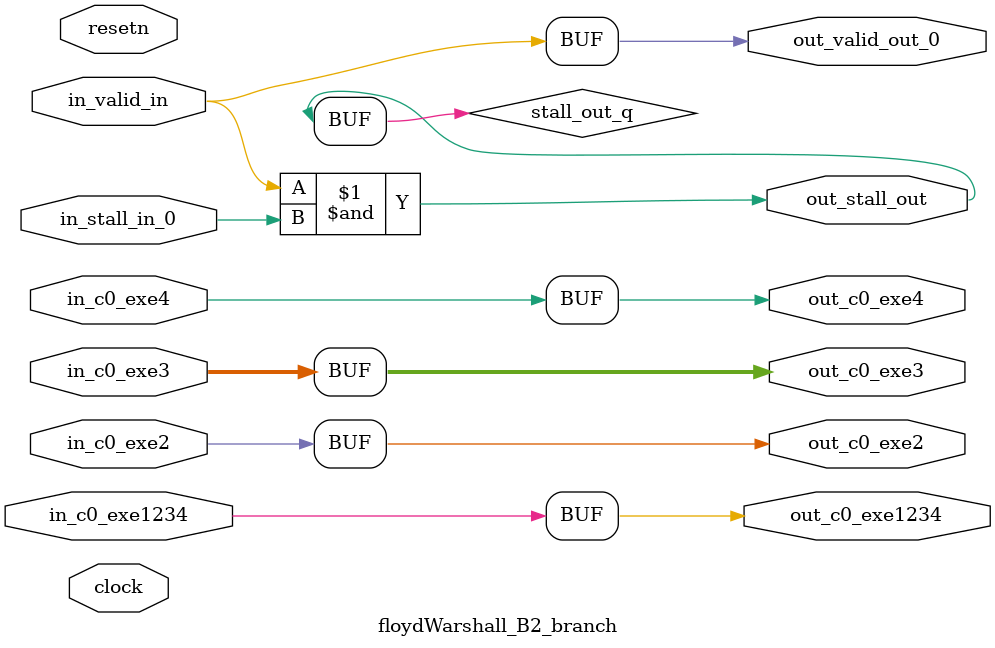
<source format=sv>



(* altera_attribute = "-name AUTO_SHIFT_REGISTER_RECOGNITION OFF; -name MESSAGE_DISABLE 10036; -name MESSAGE_DISABLE 10037; -name MESSAGE_DISABLE 14130; -name MESSAGE_DISABLE 14320; -name MESSAGE_DISABLE 15400; -name MESSAGE_DISABLE 14130; -name MESSAGE_DISABLE 10036; -name MESSAGE_DISABLE 12020; -name MESSAGE_DISABLE 12030; -name MESSAGE_DISABLE 12010; -name MESSAGE_DISABLE 12110; -name MESSAGE_DISABLE 14320; -name MESSAGE_DISABLE 13410; -name MESSAGE_DISABLE 113007; -name MESSAGE_DISABLE 10958" *)
module floydWarshall_B2_branch (
    input wire [0:0] in_c0_exe1234,
    input wire [0:0] in_c0_exe2,
    input wire [31:0] in_c0_exe3,
    input wire [0:0] in_c0_exe4,
    input wire [0:0] in_stall_in_0,
    input wire [0:0] in_valid_in,
    output wire [0:0] out_c0_exe1234,
    output wire [0:0] out_c0_exe2,
    output wire [31:0] out_c0_exe3,
    output wire [0:0] out_c0_exe4,
    output wire [0:0] out_stall_out,
    output wire [0:0] out_valid_out_0,
    input wire clock,
    input wire resetn
    );

    wire [0:0] stall_out_q;


    // out_c0_exe1234(GPOUT,8)
    assign out_c0_exe1234 = in_c0_exe1234;

    // out_c0_exe2(GPOUT,9)
    assign out_c0_exe2 = in_c0_exe2;

    // out_c0_exe3(GPOUT,10)
    assign out_c0_exe3 = in_c0_exe3;

    // out_c0_exe4(GPOUT,11)
    assign out_c0_exe4 = in_c0_exe4;

    // stall_out(LOGICAL,14)
    assign stall_out_q = in_valid_in & in_stall_in_0;

    // out_stall_out(GPOUT,12)
    assign out_stall_out = stall_out_q;

    // out_valid_out_0(GPOUT,13)
    assign out_valid_out_0 = in_valid_in;

endmodule

</source>
